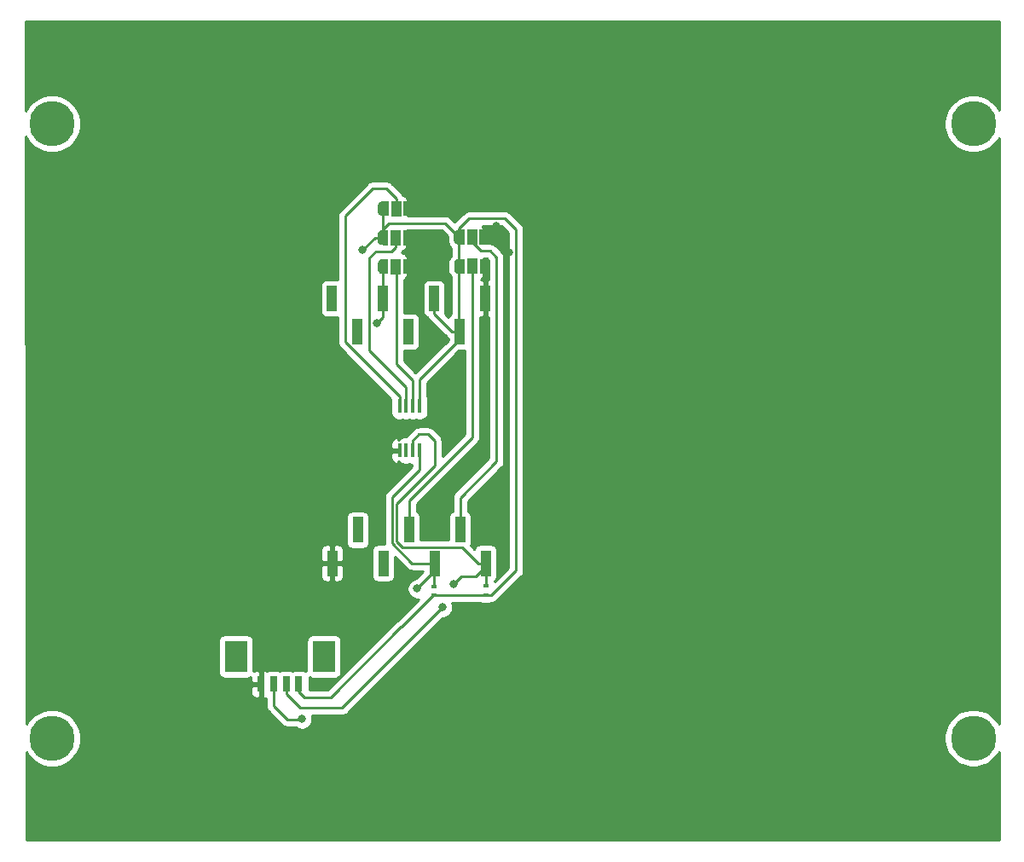
<source format=gbr>
G04 #@! TF.GenerationSoftware,KiCad,Pcbnew,(5.1.2)-2*
G04 #@! TF.CreationDate,2021-12-15T08:56:33-03:00*
G04 #@! TF.ProjectId,MAG_Plus,4d41475f-506c-4757-932e-6b696361645f,rev?*
G04 #@! TF.SameCoordinates,Original*
G04 #@! TF.FileFunction,Copper,L2,Bot*
G04 #@! TF.FilePolarity,Positive*
%FSLAX46Y46*%
G04 Gerber Fmt 4.6, Leading zero omitted, Abs format (unit mm)*
G04 Created by KiCad (PCBNEW (5.1.2)-2) date 2021-12-15 08:56:33*
%MOMM*%
%LPD*%
G04 APERTURE LIST*
%ADD10C,4.500000*%
%ADD11R,2.200000X3.100000*%
%ADD12R,0.800000X1.500000*%
%ADD13R,1.000000X2.510000*%
%ADD14R,1.000000X1.500000*%
%ADD15C,0.500000*%
%ADD16C,0.100000*%
%ADD17R,0.600000X0.400000*%
%ADD18R,0.450000X1.450000*%
%ADD19C,0.800000*%
%ADD20C,0.250000*%
%ADD21C,0.254000*%
G04 APERTURE END LIST*
D10*
X15260000Y-22800000D03*
X106760000Y-83800000D03*
X15260000Y-83810000D03*
X106760000Y-22800000D03*
D11*
X42275000Y-75695000D03*
X33525000Y-75695000D03*
D12*
X39775000Y-78445000D03*
X38525000Y-78445000D03*
X37275000Y-78445000D03*
X36025000Y-78445000D03*
D13*
X58330000Y-66435000D03*
X53250000Y-66435000D03*
X48170000Y-66435000D03*
X43090000Y-66435000D03*
X55790000Y-63125000D03*
X50710000Y-63125000D03*
X45630000Y-63125000D03*
X55750000Y-43455000D03*
X50670000Y-43455000D03*
X45590000Y-43455000D03*
X58290000Y-40145000D03*
X53210000Y-40145000D03*
X48130000Y-40145000D03*
X43050000Y-40145000D03*
D14*
X57000000Y-36960000D03*
D15*
X58300000Y-36960000D03*
D16*
G36*
X58300000Y-36210602D02*
G01*
X58324534Y-36210602D01*
X58373365Y-36215412D01*
X58421490Y-36224984D01*
X58468445Y-36239228D01*
X58513778Y-36258005D01*
X58557051Y-36281136D01*
X58597850Y-36308396D01*
X58635779Y-36339524D01*
X58670476Y-36374221D01*
X58701604Y-36412150D01*
X58728864Y-36452949D01*
X58751995Y-36496222D01*
X58770772Y-36541555D01*
X58785016Y-36588510D01*
X58794588Y-36636635D01*
X58799398Y-36685466D01*
X58799398Y-36710000D01*
X58800000Y-36710000D01*
X58800000Y-37210000D01*
X58799398Y-37210000D01*
X58799398Y-37234534D01*
X58794588Y-37283365D01*
X58785016Y-37331490D01*
X58770772Y-37378445D01*
X58751995Y-37423778D01*
X58728864Y-37467051D01*
X58701604Y-37507850D01*
X58670476Y-37545779D01*
X58635779Y-37580476D01*
X58597850Y-37611604D01*
X58557051Y-37638864D01*
X58513778Y-37661995D01*
X58468445Y-37680772D01*
X58421490Y-37695016D01*
X58373365Y-37704588D01*
X58324534Y-37709398D01*
X58300000Y-37709398D01*
X58300000Y-37710000D01*
X57750000Y-37710000D01*
X57750000Y-36210000D01*
X58300000Y-36210000D01*
X58300000Y-36210602D01*
X58300000Y-36210602D01*
G37*
D15*
X55700000Y-36960000D03*
D16*
G36*
X56250000Y-37710000D02*
G01*
X55700000Y-37710000D01*
X55700000Y-37709398D01*
X55675466Y-37709398D01*
X55626635Y-37704588D01*
X55578510Y-37695016D01*
X55531555Y-37680772D01*
X55486222Y-37661995D01*
X55442949Y-37638864D01*
X55402150Y-37611604D01*
X55364221Y-37580476D01*
X55329524Y-37545779D01*
X55298396Y-37507850D01*
X55271136Y-37467051D01*
X55248005Y-37423778D01*
X55229228Y-37378445D01*
X55214984Y-37331490D01*
X55205412Y-37283365D01*
X55200602Y-37234534D01*
X55200602Y-37210000D01*
X55200000Y-37210000D01*
X55200000Y-36710000D01*
X55200602Y-36710000D01*
X55200602Y-36685466D01*
X55205412Y-36636635D01*
X55214984Y-36588510D01*
X55229228Y-36541555D01*
X55248005Y-36496222D01*
X55271136Y-36452949D01*
X55298396Y-36412150D01*
X55329524Y-36374221D01*
X55364221Y-36339524D01*
X55402150Y-36308396D01*
X55442949Y-36281136D01*
X55486222Y-36258005D01*
X55531555Y-36239228D01*
X55578510Y-36224984D01*
X55626635Y-36215412D01*
X55675466Y-36210602D01*
X55700000Y-36210602D01*
X55700000Y-36210000D01*
X56250000Y-36210000D01*
X56250000Y-37710000D01*
X56250000Y-37710000D01*
G37*
D15*
X55680000Y-34060000D03*
D16*
G36*
X56230000Y-34810000D02*
G01*
X55680000Y-34810000D01*
X55680000Y-34809398D01*
X55655466Y-34809398D01*
X55606635Y-34804588D01*
X55558510Y-34795016D01*
X55511555Y-34780772D01*
X55466222Y-34761995D01*
X55422949Y-34738864D01*
X55382150Y-34711604D01*
X55344221Y-34680476D01*
X55309524Y-34645779D01*
X55278396Y-34607850D01*
X55251136Y-34567051D01*
X55228005Y-34523778D01*
X55209228Y-34478445D01*
X55194984Y-34431490D01*
X55185412Y-34383365D01*
X55180602Y-34334534D01*
X55180602Y-34310000D01*
X55180000Y-34310000D01*
X55180000Y-33810000D01*
X55180602Y-33810000D01*
X55180602Y-33785466D01*
X55185412Y-33736635D01*
X55194984Y-33688510D01*
X55209228Y-33641555D01*
X55228005Y-33596222D01*
X55251136Y-33552949D01*
X55278396Y-33512150D01*
X55309524Y-33474221D01*
X55344221Y-33439524D01*
X55382150Y-33408396D01*
X55422949Y-33381136D01*
X55466222Y-33358005D01*
X55511555Y-33339228D01*
X55558510Y-33324984D01*
X55606635Y-33315412D01*
X55655466Y-33310602D01*
X55680000Y-33310602D01*
X55680000Y-33310000D01*
X56230000Y-33310000D01*
X56230000Y-34810000D01*
X56230000Y-34810000D01*
G37*
D15*
X58280000Y-34060000D03*
D16*
G36*
X58280000Y-33310602D02*
G01*
X58304534Y-33310602D01*
X58353365Y-33315412D01*
X58401490Y-33324984D01*
X58448445Y-33339228D01*
X58493778Y-33358005D01*
X58537051Y-33381136D01*
X58577850Y-33408396D01*
X58615779Y-33439524D01*
X58650476Y-33474221D01*
X58681604Y-33512150D01*
X58708864Y-33552949D01*
X58731995Y-33596222D01*
X58750772Y-33641555D01*
X58765016Y-33688510D01*
X58774588Y-33736635D01*
X58779398Y-33785466D01*
X58779398Y-33810000D01*
X58780000Y-33810000D01*
X58780000Y-34310000D01*
X58779398Y-34310000D01*
X58779398Y-34334534D01*
X58774588Y-34383365D01*
X58765016Y-34431490D01*
X58750772Y-34478445D01*
X58731995Y-34523778D01*
X58708864Y-34567051D01*
X58681604Y-34607850D01*
X58650476Y-34645779D01*
X58615779Y-34680476D01*
X58577850Y-34711604D01*
X58537051Y-34738864D01*
X58493778Y-34761995D01*
X58448445Y-34780772D01*
X58401490Y-34795016D01*
X58353365Y-34804588D01*
X58304534Y-34809398D01*
X58280000Y-34809398D01*
X58280000Y-34810000D01*
X57730000Y-34810000D01*
X57730000Y-33310000D01*
X58280000Y-33310000D01*
X58280000Y-33310602D01*
X58280000Y-33310602D01*
G37*
D14*
X56980000Y-34060000D03*
D17*
X58360000Y-68710000D03*
X58360000Y-69610000D03*
X53240000Y-69620000D03*
X53240000Y-68720000D03*
D14*
X49420000Y-36970000D03*
D15*
X50720000Y-36970000D03*
D16*
G36*
X50720000Y-36220602D02*
G01*
X50744534Y-36220602D01*
X50793365Y-36225412D01*
X50841490Y-36234984D01*
X50888445Y-36249228D01*
X50933778Y-36268005D01*
X50977051Y-36291136D01*
X51017850Y-36318396D01*
X51055779Y-36349524D01*
X51090476Y-36384221D01*
X51121604Y-36422150D01*
X51148864Y-36462949D01*
X51171995Y-36506222D01*
X51190772Y-36551555D01*
X51205016Y-36598510D01*
X51214588Y-36646635D01*
X51219398Y-36695466D01*
X51219398Y-36720000D01*
X51220000Y-36720000D01*
X51220000Y-37220000D01*
X51219398Y-37220000D01*
X51219398Y-37244534D01*
X51214588Y-37293365D01*
X51205016Y-37341490D01*
X51190772Y-37388445D01*
X51171995Y-37433778D01*
X51148864Y-37477051D01*
X51121604Y-37517850D01*
X51090476Y-37555779D01*
X51055779Y-37590476D01*
X51017850Y-37621604D01*
X50977051Y-37648864D01*
X50933778Y-37671995D01*
X50888445Y-37690772D01*
X50841490Y-37705016D01*
X50793365Y-37714588D01*
X50744534Y-37719398D01*
X50720000Y-37719398D01*
X50720000Y-37720000D01*
X50170000Y-37720000D01*
X50170000Y-36220000D01*
X50720000Y-36220000D01*
X50720000Y-36220602D01*
X50720000Y-36220602D01*
G37*
D15*
X48120000Y-36970000D03*
D16*
G36*
X48670000Y-37720000D02*
G01*
X48120000Y-37720000D01*
X48120000Y-37719398D01*
X48095466Y-37719398D01*
X48046635Y-37714588D01*
X47998510Y-37705016D01*
X47951555Y-37690772D01*
X47906222Y-37671995D01*
X47862949Y-37648864D01*
X47822150Y-37621604D01*
X47784221Y-37590476D01*
X47749524Y-37555779D01*
X47718396Y-37517850D01*
X47691136Y-37477051D01*
X47668005Y-37433778D01*
X47649228Y-37388445D01*
X47634984Y-37341490D01*
X47625412Y-37293365D01*
X47620602Y-37244534D01*
X47620602Y-37220000D01*
X47620000Y-37220000D01*
X47620000Y-36720000D01*
X47620602Y-36720000D01*
X47620602Y-36695466D01*
X47625412Y-36646635D01*
X47634984Y-36598510D01*
X47649228Y-36551555D01*
X47668005Y-36506222D01*
X47691136Y-36462949D01*
X47718396Y-36422150D01*
X47749524Y-36384221D01*
X47784221Y-36349524D01*
X47822150Y-36318396D01*
X47862949Y-36291136D01*
X47906222Y-36268005D01*
X47951555Y-36249228D01*
X47998510Y-36234984D01*
X48046635Y-36225412D01*
X48095466Y-36220602D01*
X48120000Y-36220602D01*
X48120000Y-36220000D01*
X48670000Y-36220000D01*
X48670000Y-37720000D01*
X48670000Y-37720000D01*
G37*
D15*
X48140000Y-31220000D03*
D16*
G36*
X48690000Y-31970000D02*
G01*
X48140000Y-31970000D01*
X48140000Y-31969398D01*
X48115466Y-31969398D01*
X48066635Y-31964588D01*
X48018510Y-31955016D01*
X47971555Y-31940772D01*
X47926222Y-31921995D01*
X47882949Y-31898864D01*
X47842150Y-31871604D01*
X47804221Y-31840476D01*
X47769524Y-31805779D01*
X47738396Y-31767850D01*
X47711136Y-31727051D01*
X47688005Y-31683778D01*
X47669228Y-31638445D01*
X47654984Y-31591490D01*
X47645412Y-31543365D01*
X47640602Y-31494534D01*
X47640602Y-31470000D01*
X47640000Y-31470000D01*
X47640000Y-30970000D01*
X47640602Y-30970000D01*
X47640602Y-30945466D01*
X47645412Y-30896635D01*
X47654984Y-30848510D01*
X47669228Y-30801555D01*
X47688005Y-30756222D01*
X47711136Y-30712949D01*
X47738396Y-30672150D01*
X47769524Y-30634221D01*
X47804221Y-30599524D01*
X47842150Y-30568396D01*
X47882949Y-30541136D01*
X47926222Y-30518005D01*
X47971555Y-30499228D01*
X48018510Y-30484984D01*
X48066635Y-30475412D01*
X48115466Y-30470602D01*
X48140000Y-30470602D01*
X48140000Y-30470000D01*
X48690000Y-30470000D01*
X48690000Y-31970000D01*
X48690000Y-31970000D01*
G37*
D15*
X50740000Y-31220000D03*
D16*
G36*
X50740000Y-30470602D02*
G01*
X50764534Y-30470602D01*
X50813365Y-30475412D01*
X50861490Y-30484984D01*
X50908445Y-30499228D01*
X50953778Y-30518005D01*
X50997051Y-30541136D01*
X51037850Y-30568396D01*
X51075779Y-30599524D01*
X51110476Y-30634221D01*
X51141604Y-30672150D01*
X51168864Y-30712949D01*
X51191995Y-30756222D01*
X51210772Y-30801555D01*
X51225016Y-30848510D01*
X51234588Y-30896635D01*
X51239398Y-30945466D01*
X51239398Y-30970000D01*
X51240000Y-30970000D01*
X51240000Y-31470000D01*
X51239398Y-31470000D01*
X51239398Y-31494534D01*
X51234588Y-31543365D01*
X51225016Y-31591490D01*
X51210772Y-31638445D01*
X51191995Y-31683778D01*
X51168864Y-31727051D01*
X51141604Y-31767850D01*
X51110476Y-31805779D01*
X51075779Y-31840476D01*
X51037850Y-31871604D01*
X50997051Y-31898864D01*
X50953778Y-31921995D01*
X50908445Y-31940772D01*
X50861490Y-31955016D01*
X50813365Y-31964588D01*
X50764534Y-31969398D01*
X50740000Y-31969398D01*
X50740000Y-31970000D01*
X50190000Y-31970000D01*
X50190000Y-30470000D01*
X50740000Y-30470000D01*
X50740000Y-30470602D01*
X50740000Y-30470602D01*
G37*
D14*
X49440000Y-31220000D03*
X49400000Y-34100000D03*
D15*
X50700000Y-34100000D03*
D16*
G36*
X50700000Y-33350602D02*
G01*
X50724534Y-33350602D01*
X50773365Y-33355412D01*
X50821490Y-33364984D01*
X50868445Y-33379228D01*
X50913778Y-33398005D01*
X50957051Y-33421136D01*
X50997850Y-33448396D01*
X51035779Y-33479524D01*
X51070476Y-33514221D01*
X51101604Y-33552150D01*
X51128864Y-33592949D01*
X51151995Y-33636222D01*
X51170772Y-33681555D01*
X51185016Y-33728510D01*
X51194588Y-33776635D01*
X51199398Y-33825466D01*
X51199398Y-33850000D01*
X51200000Y-33850000D01*
X51200000Y-34350000D01*
X51199398Y-34350000D01*
X51199398Y-34374534D01*
X51194588Y-34423365D01*
X51185016Y-34471490D01*
X51170772Y-34518445D01*
X51151995Y-34563778D01*
X51128864Y-34607051D01*
X51101604Y-34647850D01*
X51070476Y-34685779D01*
X51035779Y-34720476D01*
X50997850Y-34751604D01*
X50957051Y-34778864D01*
X50913778Y-34801995D01*
X50868445Y-34820772D01*
X50821490Y-34835016D01*
X50773365Y-34844588D01*
X50724534Y-34849398D01*
X50700000Y-34849398D01*
X50700000Y-34850000D01*
X50150000Y-34850000D01*
X50150000Y-33350000D01*
X50700000Y-33350000D01*
X50700000Y-33350602D01*
X50700000Y-33350602D01*
G37*
D15*
X48100000Y-34100000D03*
D16*
G36*
X48650000Y-34850000D02*
G01*
X48100000Y-34850000D01*
X48100000Y-34849398D01*
X48075466Y-34849398D01*
X48026635Y-34844588D01*
X47978510Y-34835016D01*
X47931555Y-34820772D01*
X47886222Y-34801995D01*
X47842949Y-34778864D01*
X47802150Y-34751604D01*
X47764221Y-34720476D01*
X47729524Y-34685779D01*
X47698396Y-34647850D01*
X47671136Y-34607051D01*
X47648005Y-34563778D01*
X47629228Y-34518445D01*
X47614984Y-34471490D01*
X47605412Y-34423365D01*
X47600602Y-34374534D01*
X47600602Y-34350000D01*
X47600000Y-34350000D01*
X47600000Y-33850000D01*
X47600602Y-33850000D01*
X47600602Y-33825466D01*
X47605412Y-33776635D01*
X47614984Y-33728510D01*
X47629228Y-33681555D01*
X47648005Y-33636222D01*
X47671136Y-33592949D01*
X47698396Y-33552150D01*
X47729524Y-33514221D01*
X47764221Y-33479524D01*
X47802150Y-33448396D01*
X47842949Y-33421136D01*
X47886222Y-33398005D01*
X47931555Y-33379228D01*
X47978510Y-33364984D01*
X48026635Y-33355412D01*
X48075466Y-33350602D01*
X48100000Y-33350602D01*
X48100000Y-33350000D01*
X48650000Y-33350000D01*
X48650000Y-34850000D01*
X48650000Y-34850000D01*
G37*
D18*
X51735000Y-50850000D03*
X51085000Y-50850000D03*
X50435000Y-50850000D03*
X49785000Y-50850000D03*
X49785000Y-55250000D03*
X50435000Y-55250000D03*
X51085000Y-55250000D03*
X51735000Y-55250000D03*
D19*
X54049998Y-70820000D03*
X55149998Y-68520000D03*
X40100000Y-81920000D03*
X51550000Y-68970000D03*
X58340000Y-45070000D03*
X52750000Y-31230000D03*
X52690000Y-33980000D03*
X59410000Y-32950000D03*
X52690000Y-28640000D03*
X60624990Y-35600000D03*
X46130000Y-35300000D03*
X47550000Y-42570000D03*
D20*
X58360000Y-66465000D02*
X58330000Y-66435000D01*
X58360000Y-68710000D02*
X58360000Y-66465000D01*
X57580000Y-66435000D02*
X58330000Y-66435000D01*
X55999999Y-64854999D02*
X57580000Y-66435000D01*
X50099997Y-64854999D02*
X55999999Y-64854999D01*
X49480000Y-64235002D02*
X50099997Y-64854999D01*
X49480000Y-60520000D02*
X49480000Y-64235002D01*
X51085000Y-54275000D02*
X51720000Y-53640000D01*
X51085000Y-55250000D02*
X51085000Y-54275000D01*
X51720000Y-53640000D02*
X52630000Y-53640000D01*
X52630000Y-53640000D02*
X53260000Y-54270000D01*
X53260000Y-54270000D02*
X53260000Y-56740000D01*
X53260000Y-56740000D02*
X49480000Y-60520000D01*
X44074997Y-80795001D02*
X53649999Y-71219999D01*
X53649999Y-71219999D02*
X54049998Y-70820000D01*
X39875001Y-80795001D02*
X44074997Y-80795001D01*
X38525000Y-78445000D02*
X38525000Y-79445000D01*
X38525000Y-79445000D02*
X39875001Y-80795001D01*
X55949998Y-67720000D02*
X55149998Y-68520000D01*
X57350000Y-67720000D02*
X55949998Y-67720000D01*
X58330000Y-66435000D02*
X58330000Y-66740000D01*
X58330000Y-66740000D02*
X57350000Y-67720000D01*
X53240000Y-66445000D02*
X53250000Y-66435000D01*
X53240000Y-68720000D02*
X53240000Y-66445000D01*
X49029989Y-64421402D02*
X49029989Y-59880011D01*
X53250000Y-66435000D02*
X51043587Y-66435000D01*
X51735000Y-56225000D02*
X51735000Y-55250000D01*
X51043587Y-66435000D02*
X49029989Y-64421402D01*
X51735000Y-57175000D02*
X51735000Y-56225000D01*
X49029989Y-59880011D02*
X51735000Y-57175000D01*
X40100000Y-81920000D02*
X40050000Y-81970000D01*
X37275000Y-80595000D02*
X37275000Y-78445000D01*
X38650000Y-81970000D02*
X37275000Y-80595000D01*
X40050000Y-81970000D02*
X38650000Y-81970000D01*
X53250000Y-66435000D02*
X53250000Y-67190000D01*
X51550000Y-68890000D02*
X51550000Y-68970000D01*
X53250000Y-67190000D02*
X51550000Y-68890000D01*
X58340000Y-40195000D02*
X58290000Y-40145000D01*
X58340000Y-45070000D02*
X58340000Y-40195000D01*
X50740000Y-31220000D02*
X52740000Y-31220000D01*
X52740000Y-31220000D02*
X52750000Y-31230000D01*
X50820000Y-33980000D02*
X50700000Y-34100000D01*
X52690000Y-33980000D02*
X50820000Y-33980000D01*
X58280000Y-34060000D02*
X58300000Y-34060000D01*
X58300000Y-34060000D02*
X59410000Y-32950000D01*
X50740000Y-30590000D02*
X50740000Y-31220000D01*
X52690000Y-28640000D02*
X50740000Y-30590000D01*
X60224991Y-35200001D02*
X60624990Y-35600000D01*
X59084990Y-34060000D02*
X60224991Y-35200001D01*
X58280000Y-34060000D02*
X59084990Y-34060000D01*
X48120000Y-40135000D02*
X48130000Y-40145000D01*
X48120000Y-36970000D02*
X48120000Y-40135000D01*
X48140000Y-34060000D02*
X48100000Y-34100000D01*
X48140000Y-31220000D02*
X48140000Y-34060000D01*
X55680000Y-36940000D02*
X55700000Y-36960000D01*
X55680000Y-34060000D02*
X55680000Y-36940000D01*
X55700000Y-43405000D02*
X55750000Y-43455000D01*
X55700000Y-36960000D02*
X55700000Y-43405000D01*
X53210000Y-41650000D02*
X53210000Y-40145000D01*
X53210000Y-41665000D02*
X53210000Y-41650000D01*
X55000000Y-43455000D02*
X53210000Y-41665000D01*
X55750000Y-43455000D02*
X55000000Y-43455000D01*
X48100000Y-34100000D02*
X47330000Y-34100000D01*
X47330000Y-34100000D02*
X46130000Y-35300000D01*
X48130000Y-40145000D02*
X48130000Y-41990000D01*
X47949999Y-42170001D02*
X47550000Y-42570000D01*
X48130000Y-41990000D02*
X47949999Y-42170001D01*
X48100000Y-33252408D02*
X48702408Y-32650000D01*
X48100000Y-34100000D02*
X48100000Y-33252408D01*
X54270000Y-32650000D02*
X55680000Y-34060000D01*
X48702408Y-32650000D02*
X54270000Y-32650000D01*
X58350000Y-69620000D02*
X58360000Y-69610000D01*
X53240000Y-69620000D02*
X58350000Y-69620000D01*
X51735000Y-48225000D02*
X51735000Y-50850000D01*
X55750000Y-43455000D02*
X55750000Y-44210000D01*
X55750000Y-44210000D02*
X51735000Y-48225000D01*
X39775000Y-79195000D02*
X39775000Y-78445000D01*
X53240000Y-69620000D02*
X53140000Y-69620000D01*
X49985000Y-72775000D02*
X49945000Y-72775000D01*
X49945000Y-72775000D02*
X42950000Y-79770000D01*
X53140000Y-69620000D02*
X49985000Y-72775000D01*
X42950000Y-79770000D02*
X40350000Y-79770000D01*
X40350000Y-79770000D02*
X39775000Y-79195000D01*
X55680000Y-33212408D02*
X55680000Y-34060000D01*
X56702408Y-32190000D02*
X55680000Y-33212408D01*
X60250000Y-32190000D02*
X56702408Y-32190000D01*
X61350000Y-33290000D02*
X60250000Y-32190000D01*
X61350000Y-67170000D02*
X61350000Y-33290000D01*
X58360000Y-69610000D02*
X58910000Y-69610000D01*
X58910000Y-69610000D02*
X61350000Y-67170000D01*
X56980000Y-34519636D02*
X57890364Y-35430000D01*
X56980000Y-34060000D02*
X56980000Y-34519636D01*
X57890364Y-35430000D02*
X58780000Y-35430000D01*
X58780000Y-35430000D02*
X59420000Y-36070000D01*
X59420000Y-36070000D02*
X59420000Y-56330000D01*
X55790000Y-59960000D02*
X55790000Y-63125000D01*
X59420000Y-56330000D02*
X55790000Y-59960000D01*
X57000000Y-36960000D02*
X57000000Y-53940000D01*
X50710000Y-60230000D02*
X50710000Y-63125000D01*
X57000000Y-53940000D02*
X50710000Y-60230000D01*
X51085000Y-48285000D02*
X51085000Y-50850000D01*
X49460000Y-46660000D02*
X51085000Y-48285000D01*
X49460000Y-37080000D02*
X49460000Y-46660000D01*
X49420000Y-36970000D02*
X49570000Y-36970000D01*
X49570000Y-36970000D02*
X49460000Y-37080000D01*
X49440000Y-30220000D02*
X48430000Y-29210000D01*
X49440000Y-31220000D02*
X49440000Y-30220000D01*
X48430000Y-29210000D02*
X47130000Y-29210000D01*
X47130000Y-29210000D02*
X44390000Y-31950000D01*
X49785000Y-49875000D02*
X49785000Y-50850000D01*
X44390000Y-44480000D02*
X49785000Y-49875000D01*
X44390000Y-31950000D02*
X44390000Y-44480000D01*
X50435000Y-49875000D02*
X50435000Y-50850000D01*
X49400000Y-35100000D02*
X48990000Y-35510000D01*
X48990000Y-35510000D02*
X47410000Y-35510000D01*
X50435000Y-48915000D02*
X50435000Y-49875000D01*
X47410000Y-35510000D02*
X46810000Y-36110000D01*
X46810000Y-36110000D02*
X46810000Y-45290000D01*
X49400000Y-34100000D02*
X49400000Y-35100000D01*
X46810000Y-45290000D02*
X50435000Y-48915000D01*
D21*
G36*
X109300000Y-21408516D02*
G01*
X109000926Y-20960920D01*
X108599080Y-20559074D01*
X108126560Y-20243346D01*
X107601523Y-20025869D01*
X107044148Y-19915000D01*
X106475852Y-19915000D01*
X105918477Y-20025869D01*
X105393440Y-20243346D01*
X104920920Y-20559074D01*
X104519074Y-20960920D01*
X104203346Y-21433440D01*
X103985869Y-21958477D01*
X103875000Y-22515852D01*
X103875000Y-23084148D01*
X103985869Y-23641523D01*
X104203346Y-24166560D01*
X104519074Y-24639080D01*
X104920920Y-25040926D01*
X105393440Y-25356654D01*
X105918477Y-25574131D01*
X106475852Y-25685000D01*
X107044148Y-25685000D01*
X107601523Y-25574131D01*
X108126560Y-25356654D01*
X108599080Y-25040926D01*
X109000926Y-24639080D01*
X109300000Y-24191484D01*
X109300001Y-82408517D01*
X109000926Y-81960920D01*
X108599080Y-81559074D01*
X108126560Y-81243346D01*
X107601523Y-81025869D01*
X107044148Y-80915000D01*
X106475852Y-80915000D01*
X105918477Y-81025869D01*
X105393440Y-81243346D01*
X104920920Y-81559074D01*
X104519074Y-81960920D01*
X104203346Y-82433440D01*
X103985869Y-82958477D01*
X103875000Y-83515852D01*
X103875000Y-84084148D01*
X103985869Y-84641523D01*
X104203346Y-85166560D01*
X104519074Y-85639080D01*
X104920920Y-86040926D01*
X105393440Y-86356654D01*
X105918477Y-86574131D01*
X106475852Y-86685000D01*
X107044148Y-86685000D01*
X107601523Y-86574131D01*
X108126560Y-86356654D01*
X108599080Y-86040926D01*
X109000926Y-85639080D01*
X109300001Y-85191483D01*
X109300001Y-93940000D01*
X12719568Y-93940000D01*
X12713843Y-85192270D01*
X13019074Y-85649080D01*
X13420920Y-86050926D01*
X13893440Y-86366654D01*
X14418477Y-86584131D01*
X14975852Y-86695000D01*
X15544148Y-86695000D01*
X16101523Y-86584131D01*
X16626560Y-86366654D01*
X17099080Y-86050926D01*
X17500926Y-85649080D01*
X17816654Y-85176560D01*
X18034131Y-84651523D01*
X18145000Y-84094148D01*
X18145000Y-83525852D01*
X18034131Y-82968477D01*
X17816654Y-82443440D01*
X17500926Y-81970920D01*
X17099080Y-81569074D01*
X16626560Y-81253346D01*
X16101523Y-81035869D01*
X15544148Y-80925000D01*
X14975852Y-80925000D01*
X14418477Y-81035869D01*
X13893440Y-81253346D01*
X13420920Y-81569074D01*
X13019074Y-81970920D01*
X12712035Y-82430436D01*
X12710020Y-79351883D01*
X12710030Y-79351784D01*
X12709999Y-79319482D01*
X12709978Y-79287150D01*
X12709968Y-79287047D01*
X12709880Y-79195000D01*
X34986928Y-79195000D01*
X34999188Y-79319482D01*
X35035498Y-79439180D01*
X35094463Y-79549494D01*
X35173815Y-79646185D01*
X35270506Y-79725537D01*
X35380820Y-79784502D01*
X35500518Y-79820812D01*
X35625000Y-79833072D01*
X35739250Y-79830000D01*
X35898000Y-79671250D01*
X35898000Y-78572000D01*
X35148750Y-78572000D01*
X34990000Y-78730750D01*
X34986928Y-79195000D01*
X12709880Y-79195000D01*
X12705028Y-74145000D01*
X31786928Y-74145000D01*
X31786928Y-77245000D01*
X31799188Y-77369482D01*
X31835498Y-77489180D01*
X31894463Y-77599494D01*
X31973815Y-77696185D01*
X32070506Y-77775537D01*
X32180820Y-77834502D01*
X32300518Y-77870812D01*
X32425000Y-77883072D01*
X34625000Y-77883072D01*
X34749482Y-77870812D01*
X34869180Y-77834502D01*
X34979494Y-77775537D01*
X34987418Y-77769034D01*
X34990000Y-78159250D01*
X35148750Y-78318000D01*
X35898000Y-78318000D01*
X35898000Y-77218750D01*
X36152000Y-77218750D01*
X36152000Y-78318000D01*
X36172000Y-78318000D01*
X36172000Y-78572000D01*
X36152000Y-78572000D01*
X36152000Y-79671250D01*
X36310750Y-79830000D01*
X36425000Y-79833072D01*
X36515000Y-79824208D01*
X36515000Y-80557677D01*
X36511324Y-80595000D01*
X36515000Y-80632322D01*
X36515000Y-80632332D01*
X36525997Y-80743985D01*
X36568773Y-80885000D01*
X36569454Y-80887246D01*
X36640026Y-81019276D01*
X36653644Y-81035869D01*
X36734999Y-81135001D01*
X36764003Y-81158804D01*
X38086201Y-82481003D01*
X38109999Y-82510001D01*
X38225724Y-82604974D01*
X38357753Y-82675546D01*
X38501014Y-82719003D01*
X38612667Y-82730000D01*
X38612675Y-82730000D01*
X38650000Y-82733676D01*
X38687325Y-82730000D01*
X39449300Y-82730000D01*
X39609744Y-82837205D01*
X39798102Y-82915226D01*
X39998061Y-82955000D01*
X40201939Y-82955000D01*
X40401898Y-82915226D01*
X40590256Y-82837205D01*
X40759774Y-82723937D01*
X40903937Y-82579774D01*
X41017205Y-82410256D01*
X41095226Y-82221898D01*
X41135000Y-82021939D01*
X41135000Y-81818061D01*
X41095226Y-81618102D01*
X41069089Y-81555001D01*
X44037675Y-81555001D01*
X44074997Y-81558677D01*
X44112319Y-81555001D01*
X44112330Y-81555001D01*
X44223983Y-81544004D01*
X44367244Y-81500547D01*
X44499273Y-81429975D01*
X44614998Y-81335002D01*
X44638801Y-81305998D01*
X54089800Y-71855000D01*
X54151937Y-71855000D01*
X54351896Y-71815226D01*
X54540254Y-71737205D01*
X54709772Y-71623937D01*
X54853935Y-71479774D01*
X54967203Y-71310256D01*
X55045224Y-71121898D01*
X55084998Y-70921939D01*
X55084998Y-70718061D01*
X55045224Y-70518102D01*
X54988020Y-70380000D01*
X57779335Y-70380000D01*
X57815820Y-70399502D01*
X57935518Y-70435812D01*
X58060000Y-70448072D01*
X58660000Y-70448072D01*
X58784482Y-70435812D01*
X58904180Y-70399502D01*
X58962093Y-70368546D01*
X59058986Y-70359003D01*
X59202247Y-70315546D01*
X59334276Y-70244974D01*
X59450001Y-70150001D01*
X59473804Y-70120997D01*
X61861004Y-67733798D01*
X61890001Y-67710001D01*
X61968560Y-67614277D01*
X61984974Y-67594277D01*
X62055546Y-67462247D01*
X62066009Y-67427753D01*
X62099003Y-67318986D01*
X62110000Y-67207333D01*
X62110000Y-67207324D01*
X62113676Y-67170001D01*
X62110000Y-67132678D01*
X62110000Y-33327323D01*
X62113676Y-33290000D01*
X62110000Y-33252677D01*
X62110000Y-33252667D01*
X62099003Y-33141014D01*
X62055546Y-32997753D01*
X62035453Y-32960162D01*
X61984974Y-32865723D01*
X61913799Y-32778997D01*
X61890001Y-32749999D01*
X61861003Y-32726201D01*
X60813804Y-31679002D01*
X60790001Y-31649999D01*
X60674276Y-31555026D01*
X60542247Y-31484454D01*
X60398986Y-31440997D01*
X60287333Y-31430000D01*
X60287322Y-31430000D01*
X60250000Y-31426324D01*
X60212678Y-31430000D01*
X56739730Y-31430000D01*
X56702407Y-31426324D01*
X56665084Y-31430000D01*
X56665075Y-31430000D01*
X56553422Y-31440997D01*
X56410161Y-31484454D01*
X56278132Y-31555026D01*
X56162407Y-31649999D01*
X56138609Y-31678997D01*
X55256204Y-32561403D01*
X54833804Y-32139003D01*
X54810001Y-32109999D01*
X54694276Y-32015026D01*
X54562247Y-31944454D01*
X54418986Y-31900997D01*
X54307333Y-31890000D01*
X54307322Y-31890000D01*
X54270000Y-31886324D01*
X54232678Y-31890000D01*
X50578072Y-31890000D01*
X50578072Y-30470000D01*
X50565812Y-30345518D01*
X50529502Y-30225820D01*
X50470537Y-30115506D01*
X50391185Y-30018815D01*
X50294494Y-29939463D01*
X50184180Y-29880498D01*
X50107923Y-29857366D01*
X50074974Y-29795724D01*
X49980001Y-29679999D01*
X49951003Y-29656201D01*
X48993804Y-28699002D01*
X48970001Y-28669999D01*
X48854276Y-28575026D01*
X48722247Y-28504454D01*
X48578986Y-28460997D01*
X48467333Y-28450000D01*
X48467322Y-28450000D01*
X48430000Y-28446324D01*
X48392678Y-28450000D01*
X47167322Y-28450000D01*
X47129999Y-28446324D01*
X47092676Y-28450000D01*
X47092667Y-28450000D01*
X46981014Y-28460997D01*
X46837753Y-28504454D01*
X46705724Y-28575026D01*
X46589999Y-28669999D01*
X46566201Y-28698997D01*
X43879003Y-31386196D01*
X43849999Y-31409999D01*
X43800758Y-31470000D01*
X43755026Y-31525724D01*
X43701320Y-31626201D01*
X43684454Y-31657754D01*
X43640997Y-31801015D01*
X43630000Y-31912668D01*
X43630000Y-31912678D01*
X43626324Y-31950000D01*
X43630000Y-31987322D01*
X43630001Y-38259807D01*
X43550000Y-38251928D01*
X42550000Y-38251928D01*
X42425518Y-38264188D01*
X42305820Y-38300498D01*
X42195506Y-38359463D01*
X42098815Y-38438815D01*
X42019463Y-38535506D01*
X41960498Y-38645820D01*
X41924188Y-38765518D01*
X41911928Y-38890000D01*
X41911928Y-41400000D01*
X41924188Y-41524482D01*
X41960498Y-41644180D01*
X42019463Y-41754494D01*
X42098815Y-41851185D01*
X42195506Y-41930537D01*
X42305820Y-41989502D01*
X42425518Y-42025812D01*
X42550000Y-42038072D01*
X43550000Y-42038072D01*
X43630001Y-42030193D01*
X43630001Y-44442668D01*
X43626324Y-44480000D01*
X43640998Y-44628985D01*
X43684454Y-44772246D01*
X43755026Y-44904276D01*
X43795982Y-44954180D01*
X43850000Y-45020001D01*
X43878998Y-45043799D01*
X48925359Y-50090161D01*
X48921928Y-50125000D01*
X48921928Y-51575000D01*
X48934188Y-51699482D01*
X48970498Y-51819180D01*
X49029463Y-51929494D01*
X49108815Y-52026185D01*
X49205506Y-52105537D01*
X49315820Y-52164502D01*
X49435518Y-52200812D01*
X49560000Y-52213072D01*
X50010000Y-52213072D01*
X50110000Y-52203223D01*
X50210000Y-52213072D01*
X50660000Y-52213072D01*
X50760000Y-52203223D01*
X50860000Y-52213072D01*
X51310000Y-52213072D01*
X51410000Y-52203223D01*
X51510000Y-52213072D01*
X51960000Y-52213072D01*
X52084482Y-52200812D01*
X52204180Y-52164502D01*
X52314494Y-52105537D01*
X52411185Y-52026185D01*
X52490537Y-51929494D01*
X52549502Y-51819180D01*
X52585812Y-51699482D01*
X52598072Y-51575000D01*
X52598072Y-50125000D01*
X52585812Y-50000518D01*
X52549502Y-49880820D01*
X52495000Y-49778856D01*
X52495000Y-48539801D01*
X55686731Y-45348072D01*
X56240000Y-45348072D01*
X56240001Y-53625197D01*
X54020000Y-55845198D01*
X54020000Y-54307333D01*
X54023677Y-54270000D01*
X54009003Y-54121014D01*
X53965546Y-53977753D01*
X53894974Y-53845724D01*
X53800001Y-53729999D01*
X53771004Y-53706202D01*
X53193803Y-53129002D01*
X53170001Y-53099999D01*
X53054276Y-53005026D01*
X52922247Y-52934454D01*
X52778986Y-52890997D01*
X52667333Y-52880000D01*
X52667322Y-52880000D01*
X52630000Y-52876324D01*
X52592678Y-52880000D01*
X51757333Y-52880000D01*
X51720000Y-52876323D01*
X51682667Y-52880000D01*
X51571014Y-52890997D01*
X51427753Y-52934454D01*
X51295724Y-53005026D01*
X51179999Y-53099999D01*
X51156200Y-53128998D01*
X50573998Y-53711201D01*
X50545000Y-53734999D01*
X50521202Y-53763997D01*
X50521201Y-53763998D01*
X50450026Y-53850724D01*
X50430674Y-53886928D01*
X50210000Y-53886928D01*
X50106773Y-53897095D01*
X50041750Y-53890000D01*
X50009503Y-53922247D01*
X49965820Y-53935498D01*
X49855506Y-53994463D01*
X49758815Y-54073815D01*
X49687000Y-54161322D01*
X49687000Y-54048750D01*
X49528250Y-53890000D01*
X49426004Y-53901156D01*
X49306873Y-53939285D01*
X49197469Y-53999922D01*
X49101997Y-54080737D01*
X49024126Y-54178625D01*
X48966849Y-54289825D01*
X48932366Y-54410061D01*
X48922002Y-54534715D01*
X48925000Y-54964250D01*
X49083750Y-55123000D01*
X49571928Y-55123000D01*
X49571928Y-55377000D01*
X49083750Y-55377000D01*
X48925000Y-55535750D01*
X48922002Y-55965285D01*
X48932366Y-56089939D01*
X48966849Y-56210175D01*
X49024126Y-56321375D01*
X49101997Y-56419263D01*
X49197469Y-56500078D01*
X49306873Y-56560715D01*
X49426004Y-56598844D01*
X49528250Y-56610000D01*
X49687000Y-56451250D01*
X49687000Y-56338678D01*
X49758815Y-56426185D01*
X49855506Y-56505537D01*
X49965820Y-56564502D01*
X50009503Y-56577753D01*
X50041750Y-56610000D01*
X50106773Y-56602905D01*
X50210000Y-56613072D01*
X50660000Y-56613072D01*
X50760000Y-56603223D01*
X50860000Y-56613072D01*
X50975001Y-56613072D01*
X50975000Y-56860198D01*
X48518987Y-59316212D01*
X48489989Y-59340010D01*
X48466191Y-59369008D01*
X48466190Y-59369009D01*
X48395015Y-59455735D01*
X48324443Y-59587765D01*
X48300180Y-59667753D01*
X48284636Y-59718998D01*
X48280987Y-59731026D01*
X48266313Y-59880011D01*
X48269990Y-59917343D01*
X48269989Y-64384079D01*
X48266313Y-64421402D01*
X48269989Y-64458724D01*
X48269989Y-64458734D01*
X48278183Y-64541928D01*
X47670000Y-64541928D01*
X47545518Y-64554188D01*
X47425820Y-64590498D01*
X47315506Y-64649463D01*
X47218815Y-64728815D01*
X47139463Y-64825506D01*
X47080498Y-64935820D01*
X47044188Y-65055518D01*
X47031928Y-65180000D01*
X47031928Y-67690000D01*
X47044188Y-67814482D01*
X47080498Y-67934180D01*
X47139463Y-68044494D01*
X47218815Y-68141185D01*
X47315506Y-68220537D01*
X47425820Y-68279502D01*
X47545518Y-68315812D01*
X47670000Y-68328072D01*
X48670000Y-68328072D01*
X48794482Y-68315812D01*
X48914180Y-68279502D01*
X49024494Y-68220537D01*
X49121185Y-68141185D01*
X49200537Y-68044494D01*
X49259502Y-67934180D01*
X49295812Y-67814482D01*
X49308072Y-67690000D01*
X49308072Y-65774286D01*
X50479787Y-66946002D01*
X50503586Y-66975001D01*
X50584024Y-67041015D01*
X50619311Y-67069974D01*
X50751340Y-67140546D01*
X50894601Y-67184003D01*
X51043587Y-67198677D01*
X51080920Y-67195000D01*
X52111928Y-67195000D01*
X52111928Y-67253270D01*
X51425764Y-67939435D01*
X51248102Y-67974774D01*
X51059744Y-68052795D01*
X50890226Y-68166063D01*
X50746063Y-68310226D01*
X50632795Y-68479744D01*
X50554774Y-68668102D01*
X50515000Y-68868061D01*
X50515000Y-69071939D01*
X50554774Y-69271898D01*
X50632795Y-69460256D01*
X50746063Y-69629774D01*
X50890226Y-69773937D01*
X51059744Y-69887205D01*
X51248102Y-69965226D01*
X51448061Y-70005000D01*
X51651939Y-70005000D01*
X51687215Y-69997983D01*
X49573248Y-72111951D01*
X49520724Y-72140026D01*
X49404999Y-72234999D01*
X49381201Y-72263997D01*
X42635199Y-79010000D01*
X40813072Y-79010000D01*
X40813072Y-77769436D01*
X40820506Y-77775537D01*
X40930820Y-77834502D01*
X41050518Y-77870812D01*
X41175000Y-77883072D01*
X43375000Y-77883072D01*
X43499482Y-77870812D01*
X43619180Y-77834502D01*
X43729494Y-77775537D01*
X43826185Y-77696185D01*
X43905537Y-77599494D01*
X43964502Y-77489180D01*
X44000812Y-77369482D01*
X44013072Y-77245000D01*
X44013072Y-74145000D01*
X44000812Y-74020518D01*
X43964502Y-73900820D01*
X43905537Y-73790506D01*
X43826185Y-73693815D01*
X43729494Y-73614463D01*
X43619180Y-73555498D01*
X43499482Y-73519188D01*
X43375000Y-73506928D01*
X41175000Y-73506928D01*
X41050518Y-73519188D01*
X40930820Y-73555498D01*
X40820506Y-73614463D01*
X40723815Y-73693815D01*
X40644463Y-73790506D01*
X40585498Y-73900820D01*
X40549188Y-74020518D01*
X40536928Y-74145000D01*
X40536928Y-77170564D01*
X40529494Y-77164463D01*
X40419180Y-77105498D01*
X40299482Y-77069188D01*
X40175000Y-77056928D01*
X39375000Y-77056928D01*
X39250518Y-77069188D01*
X39150000Y-77099680D01*
X39049482Y-77069188D01*
X38925000Y-77056928D01*
X38125000Y-77056928D01*
X38000518Y-77069188D01*
X37900000Y-77099680D01*
X37799482Y-77069188D01*
X37675000Y-77056928D01*
X36875000Y-77056928D01*
X36750518Y-77069188D01*
X36650000Y-77099680D01*
X36549482Y-77069188D01*
X36425000Y-77056928D01*
X36310750Y-77060000D01*
X36152000Y-77218750D01*
X35898000Y-77218750D01*
X35739250Y-77060000D01*
X35625000Y-77056928D01*
X35500518Y-77069188D01*
X35380820Y-77105498D01*
X35270506Y-77164463D01*
X35263072Y-77170564D01*
X35263072Y-74145000D01*
X35250812Y-74020518D01*
X35214502Y-73900820D01*
X35155537Y-73790506D01*
X35076185Y-73693815D01*
X34979494Y-73614463D01*
X34869180Y-73555498D01*
X34749482Y-73519188D01*
X34625000Y-73506928D01*
X32425000Y-73506928D01*
X32300518Y-73519188D01*
X32180820Y-73555498D01*
X32070506Y-73614463D01*
X31973815Y-73693815D01*
X31894463Y-73790506D01*
X31835498Y-73900820D01*
X31799188Y-74020518D01*
X31786928Y-74145000D01*
X12705028Y-74145000D01*
X12698826Y-67690000D01*
X41951928Y-67690000D01*
X41964188Y-67814482D01*
X42000498Y-67934180D01*
X42059463Y-68044494D01*
X42138815Y-68141185D01*
X42235506Y-68220537D01*
X42345820Y-68279502D01*
X42465518Y-68315812D01*
X42590000Y-68328072D01*
X42804250Y-68325000D01*
X42963000Y-68166250D01*
X42963000Y-66562000D01*
X43217000Y-66562000D01*
X43217000Y-68166250D01*
X43375750Y-68325000D01*
X43590000Y-68328072D01*
X43714482Y-68315812D01*
X43834180Y-68279502D01*
X43944494Y-68220537D01*
X44041185Y-68141185D01*
X44120537Y-68044494D01*
X44179502Y-67934180D01*
X44215812Y-67814482D01*
X44228072Y-67690000D01*
X44225000Y-66720750D01*
X44066250Y-66562000D01*
X43217000Y-66562000D01*
X42963000Y-66562000D01*
X42113750Y-66562000D01*
X41955000Y-66720750D01*
X41951928Y-67690000D01*
X12698826Y-67690000D01*
X12696415Y-65180000D01*
X41951928Y-65180000D01*
X41955000Y-66149250D01*
X42113750Y-66308000D01*
X42963000Y-66308000D01*
X42963000Y-64703750D01*
X43217000Y-64703750D01*
X43217000Y-66308000D01*
X44066250Y-66308000D01*
X44225000Y-66149250D01*
X44228072Y-65180000D01*
X44215812Y-65055518D01*
X44179502Y-64935820D01*
X44120537Y-64825506D01*
X44041185Y-64728815D01*
X43944494Y-64649463D01*
X43834180Y-64590498D01*
X43714482Y-64554188D01*
X43590000Y-64541928D01*
X43375750Y-64545000D01*
X43217000Y-64703750D01*
X42963000Y-64703750D01*
X42804250Y-64545000D01*
X42590000Y-64541928D01*
X42465518Y-64554188D01*
X42345820Y-64590498D01*
X42235506Y-64649463D01*
X42138815Y-64728815D01*
X42059463Y-64825506D01*
X42000498Y-64935820D01*
X41964188Y-65055518D01*
X41951928Y-65180000D01*
X12696415Y-65180000D01*
X12693235Y-61870000D01*
X44491928Y-61870000D01*
X44491928Y-64380000D01*
X44504188Y-64504482D01*
X44540498Y-64624180D01*
X44599463Y-64734494D01*
X44678815Y-64831185D01*
X44775506Y-64910537D01*
X44885820Y-64969502D01*
X45005518Y-65005812D01*
X45130000Y-65018072D01*
X46130000Y-65018072D01*
X46254482Y-65005812D01*
X46374180Y-64969502D01*
X46484494Y-64910537D01*
X46581185Y-64831185D01*
X46660537Y-64734494D01*
X46719502Y-64624180D01*
X46755812Y-64504482D01*
X46768072Y-64380000D01*
X46768072Y-61870000D01*
X46755812Y-61745518D01*
X46719502Y-61625820D01*
X46660537Y-61515506D01*
X46581185Y-61418815D01*
X46484494Y-61339463D01*
X46374180Y-61280498D01*
X46254482Y-61244188D01*
X46130000Y-61231928D01*
X45130000Y-61231928D01*
X45005518Y-61244188D01*
X44885820Y-61280498D01*
X44775506Y-61339463D01*
X44678815Y-61418815D01*
X44599463Y-61515506D01*
X44540498Y-61625820D01*
X44504188Y-61745518D01*
X44491928Y-61870000D01*
X12693235Y-61870000D01*
X12660000Y-27280253D01*
X12660000Y-24061913D01*
X12703346Y-24166560D01*
X13019074Y-24639080D01*
X13420920Y-25040926D01*
X13893440Y-25356654D01*
X14418477Y-25574131D01*
X14975852Y-25685000D01*
X15544148Y-25685000D01*
X16101523Y-25574131D01*
X16626560Y-25356654D01*
X17099080Y-25040926D01*
X17500926Y-24639080D01*
X17816654Y-24166560D01*
X18034131Y-23641523D01*
X18145000Y-23084148D01*
X18145000Y-22515852D01*
X18034131Y-21958477D01*
X17816654Y-21433440D01*
X17500926Y-20960920D01*
X17099080Y-20559074D01*
X16626560Y-20243346D01*
X16101523Y-20025869D01*
X15544148Y-19915000D01*
X14975852Y-19915000D01*
X14418477Y-20025869D01*
X13893440Y-20243346D01*
X13420920Y-20559074D01*
X13019074Y-20960920D01*
X12703346Y-21433440D01*
X12660000Y-21538087D01*
X12660000Y-12660000D01*
X109300000Y-12660000D01*
X109300000Y-21408516D01*
X109300000Y-21408516D01*
G37*
X109300000Y-21408516D02*
X109000926Y-20960920D01*
X108599080Y-20559074D01*
X108126560Y-20243346D01*
X107601523Y-20025869D01*
X107044148Y-19915000D01*
X106475852Y-19915000D01*
X105918477Y-20025869D01*
X105393440Y-20243346D01*
X104920920Y-20559074D01*
X104519074Y-20960920D01*
X104203346Y-21433440D01*
X103985869Y-21958477D01*
X103875000Y-22515852D01*
X103875000Y-23084148D01*
X103985869Y-23641523D01*
X104203346Y-24166560D01*
X104519074Y-24639080D01*
X104920920Y-25040926D01*
X105393440Y-25356654D01*
X105918477Y-25574131D01*
X106475852Y-25685000D01*
X107044148Y-25685000D01*
X107601523Y-25574131D01*
X108126560Y-25356654D01*
X108599080Y-25040926D01*
X109000926Y-24639080D01*
X109300000Y-24191484D01*
X109300001Y-82408517D01*
X109000926Y-81960920D01*
X108599080Y-81559074D01*
X108126560Y-81243346D01*
X107601523Y-81025869D01*
X107044148Y-80915000D01*
X106475852Y-80915000D01*
X105918477Y-81025869D01*
X105393440Y-81243346D01*
X104920920Y-81559074D01*
X104519074Y-81960920D01*
X104203346Y-82433440D01*
X103985869Y-82958477D01*
X103875000Y-83515852D01*
X103875000Y-84084148D01*
X103985869Y-84641523D01*
X104203346Y-85166560D01*
X104519074Y-85639080D01*
X104920920Y-86040926D01*
X105393440Y-86356654D01*
X105918477Y-86574131D01*
X106475852Y-86685000D01*
X107044148Y-86685000D01*
X107601523Y-86574131D01*
X108126560Y-86356654D01*
X108599080Y-86040926D01*
X109000926Y-85639080D01*
X109300001Y-85191483D01*
X109300001Y-93940000D01*
X12719568Y-93940000D01*
X12713843Y-85192270D01*
X13019074Y-85649080D01*
X13420920Y-86050926D01*
X13893440Y-86366654D01*
X14418477Y-86584131D01*
X14975852Y-86695000D01*
X15544148Y-86695000D01*
X16101523Y-86584131D01*
X16626560Y-86366654D01*
X17099080Y-86050926D01*
X17500926Y-85649080D01*
X17816654Y-85176560D01*
X18034131Y-84651523D01*
X18145000Y-84094148D01*
X18145000Y-83525852D01*
X18034131Y-82968477D01*
X17816654Y-82443440D01*
X17500926Y-81970920D01*
X17099080Y-81569074D01*
X16626560Y-81253346D01*
X16101523Y-81035869D01*
X15544148Y-80925000D01*
X14975852Y-80925000D01*
X14418477Y-81035869D01*
X13893440Y-81253346D01*
X13420920Y-81569074D01*
X13019074Y-81970920D01*
X12712035Y-82430436D01*
X12710020Y-79351883D01*
X12710030Y-79351784D01*
X12709999Y-79319482D01*
X12709978Y-79287150D01*
X12709968Y-79287047D01*
X12709880Y-79195000D01*
X34986928Y-79195000D01*
X34999188Y-79319482D01*
X35035498Y-79439180D01*
X35094463Y-79549494D01*
X35173815Y-79646185D01*
X35270506Y-79725537D01*
X35380820Y-79784502D01*
X35500518Y-79820812D01*
X35625000Y-79833072D01*
X35739250Y-79830000D01*
X35898000Y-79671250D01*
X35898000Y-78572000D01*
X35148750Y-78572000D01*
X34990000Y-78730750D01*
X34986928Y-79195000D01*
X12709880Y-79195000D01*
X12705028Y-74145000D01*
X31786928Y-74145000D01*
X31786928Y-77245000D01*
X31799188Y-77369482D01*
X31835498Y-77489180D01*
X31894463Y-77599494D01*
X31973815Y-77696185D01*
X32070506Y-77775537D01*
X32180820Y-77834502D01*
X32300518Y-77870812D01*
X32425000Y-77883072D01*
X34625000Y-77883072D01*
X34749482Y-77870812D01*
X34869180Y-77834502D01*
X34979494Y-77775537D01*
X34987418Y-77769034D01*
X34990000Y-78159250D01*
X35148750Y-78318000D01*
X35898000Y-78318000D01*
X35898000Y-77218750D01*
X36152000Y-77218750D01*
X36152000Y-78318000D01*
X36172000Y-78318000D01*
X36172000Y-78572000D01*
X36152000Y-78572000D01*
X36152000Y-79671250D01*
X36310750Y-79830000D01*
X36425000Y-79833072D01*
X36515000Y-79824208D01*
X36515000Y-80557677D01*
X36511324Y-80595000D01*
X36515000Y-80632322D01*
X36515000Y-80632332D01*
X36525997Y-80743985D01*
X36568773Y-80885000D01*
X36569454Y-80887246D01*
X36640026Y-81019276D01*
X36653644Y-81035869D01*
X36734999Y-81135001D01*
X36764003Y-81158804D01*
X38086201Y-82481003D01*
X38109999Y-82510001D01*
X38225724Y-82604974D01*
X38357753Y-82675546D01*
X38501014Y-82719003D01*
X38612667Y-82730000D01*
X38612675Y-82730000D01*
X38650000Y-82733676D01*
X38687325Y-82730000D01*
X39449300Y-82730000D01*
X39609744Y-82837205D01*
X39798102Y-82915226D01*
X39998061Y-82955000D01*
X40201939Y-82955000D01*
X40401898Y-82915226D01*
X40590256Y-82837205D01*
X40759774Y-82723937D01*
X40903937Y-82579774D01*
X41017205Y-82410256D01*
X41095226Y-82221898D01*
X41135000Y-82021939D01*
X41135000Y-81818061D01*
X41095226Y-81618102D01*
X41069089Y-81555001D01*
X44037675Y-81555001D01*
X44074997Y-81558677D01*
X44112319Y-81555001D01*
X44112330Y-81555001D01*
X44223983Y-81544004D01*
X44367244Y-81500547D01*
X44499273Y-81429975D01*
X44614998Y-81335002D01*
X44638801Y-81305998D01*
X54089800Y-71855000D01*
X54151937Y-71855000D01*
X54351896Y-71815226D01*
X54540254Y-71737205D01*
X54709772Y-71623937D01*
X54853935Y-71479774D01*
X54967203Y-71310256D01*
X55045224Y-71121898D01*
X55084998Y-70921939D01*
X55084998Y-70718061D01*
X55045224Y-70518102D01*
X54988020Y-70380000D01*
X57779335Y-70380000D01*
X57815820Y-70399502D01*
X57935518Y-70435812D01*
X58060000Y-70448072D01*
X58660000Y-70448072D01*
X58784482Y-70435812D01*
X58904180Y-70399502D01*
X58962093Y-70368546D01*
X59058986Y-70359003D01*
X59202247Y-70315546D01*
X59334276Y-70244974D01*
X59450001Y-70150001D01*
X59473804Y-70120997D01*
X61861004Y-67733798D01*
X61890001Y-67710001D01*
X61968560Y-67614277D01*
X61984974Y-67594277D01*
X62055546Y-67462247D01*
X62066009Y-67427753D01*
X62099003Y-67318986D01*
X62110000Y-67207333D01*
X62110000Y-67207324D01*
X62113676Y-67170001D01*
X62110000Y-67132678D01*
X62110000Y-33327323D01*
X62113676Y-33290000D01*
X62110000Y-33252677D01*
X62110000Y-33252667D01*
X62099003Y-33141014D01*
X62055546Y-32997753D01*
X62035453Y-32960162D01*
X61984974Y-32865723D01*
X61913799Y-32778997D01*
X61890001Y-32749999D01*
X61861003Y-32726201D01*
X60813804Y-31679002D01*
X60790001Y-31649999D01*
X60674276Y-31555026D01*
X60542247Y-31484454D01*
X60398986Y-31440997D01*
X60287333Y-31430000D01*
X60287322Y-31430000D01*
X60250000Y-31426324D01*
X60212678Y-31430000D01*
X56739730Y-31430000D01*
X56702407Y-31426324D01*
X56665084Y-31430000D01*
X56665075Y-31430000D01*
X56553422Y-31440997D01*
X56410161Y-31484454D01*
X56278132Y-31555026D01*
X56162407Y-31649999D01*
X56138609Y-31678997D01*
X55256204Y-32561403D01*
X54833804Y-32139003D01*
X54810001Y-32109999D01*
X54694276Y-32015026D01*
X54562247Y-31944454D01*
X54418986Y-31900997D01*
X54307333Y-31890000D01*
X54307322Y-31890000D01*
X54270000Y-31886324D01*
X54232678Y-31890000D01*
X50578072Y-31890000D01*
X50578072Y-30470000D01*
X50565812Y-30345518D01*
X50529502Y-30225820D01*
X50470537Y-30115506D01*
X50391185Y-30018815D01*
X50294494Y-29939463D01*
X50184180Y-29880498D01*
X50107923Y-29857366D01*
X50074974Y-29795724D01*
X49980001Y-29679999D01*
X49951003Y-29656201D01*
X48993804Y-28699002D01*
X48970001Y-28669999D01*
X48854276Y-28575026D01*
X48722247Y-28504454D01*
X48578986Y-28460997D01*
X48467333Y-28450000D01*
X48467322Y-28450000D01*
X48430000Y-28446324D01*
X48392678Y-28450000D01*
X47167322Y-28450000D01*
X47129999Y-28446324D01*
X47092676Y-28450000D01*
X47092667Y-28450000D01*
X46981014Y-28460997D01*
X46837753Y-28504454D01*
X46705724Y-28575026D01*
X46589999Y-28669999D01*
X46566201Y-28698997D01*
X43879003Y-31386196D01*
X43849999Y-31409999D01*
X43800758Y-31470000D01*
X43755026Y-31525724D01*
X43701320Y-31626201D01*
X43684454Y-31657754D01*
X43640997Y-31801015D01*
X43630000Y-31912668D01*
X43630000Y-31912678D01*
X43626324Y-31950000D01*
X43630000Y-31987322D01*
X43630001Y-38259807D01*
X43550000Y-38251928D01*
X42550000Y-38251928D01*
X42425518Y-38264188D01*
X42305820Y-38300498D01*
X42195506Y-38359463D01*
X42098815Y-38438815D01*
X42019463Y-38535506D01*
X41960498Y-38645820D01*
X41924188Y-38765518D01*
X41911928Y-38890000D01*
X41911928Y-41400000D01*
X41924188Y-41524482D01*
X41960498Y-41644180D01*
X42019463Y-41754494D01*
X42098815Y-41851185D01*
X42195506Y-41930537D01*
X42305820Y-41989502D01*
X42425518Y-42025812D01*
X42550000Y-42038072D01*
X43550000Y-42038072D01*
X43630001Y-42030193D01*
X43630001Y-44442668D01*
X43626324Y-44480000D01*
X43640998Y-44628985D01*
X43684454Y-44772246D01*
X43755026Y-44904276D01*
X43795982Y-44954180D01*
X43850000Y-45020001D01*
X43878998Y-45043799D01*
X48925359Y-50090161D01*
X48921928Y-50125000D01*
X48921928Y-51575000D01*
X48934188Y-51699482D01*
X48970498Y-51819180D01*
X49029463Y-51929494D01*
X49108815Y-52026185D01*
X49205506Y-52105537D01*
X49315820Y-52164502D01*
X49435518Y-52200812D01*
X49560000Y-52213072D01*
X50010000Y-52213072D01*
X50110000Y-52203223D01*
X50210000Y-52213072D01*
X50660000Y-52213072D01*
X50760000Y-52203223D01*
X50860000Y-52213072D01*
X51310000Y-52213072D01*
X51410000Y-52203223D01*
X51510000Y-52213072D01*
X51960000Y-52213072D01*
X52084482Y-52200812D01*
X52204180Y-52164502D01*
X52314494Y-52105537D01*
X52411185Y-52026185D01*
X52490537Y-51929494D01*
X52549502Y-51819180D01*
X52585812Y-51699482D01*
X52598072Y-51575000D01*
X52598072Y-50125000D01*
X52585812Y-50000518D01*
X52549502Y-49880820D01*
X52495000Y-49778856D01*
X52495000Y-48539801D01*
X55686731Y-45348072D01*
X56240000Y-45348072D01*
X56240001Y-53625197D01*
X54020000Y-55845198D01*
X54020000Y-54307333D01*
X54023677Y-54270000D01*
X54009003Y-54121014D01*
X53965546Y-53977753D01*
X53894974Y-53845724D01*
X53800001Y-53729999D01*
X53771004Y-53706202D01*
X53193803Y-53129002D01*
X53170001Y-53099999D01*
X53054276Y-53005026D01*
X52922247Y-52934454D01*
X52778986Y-52890997D01*
X52667333Y-52880000D01*
X52667322Y-52880000D01*
X52630000Y-52876324D01*
X52592678Y-52880000D01*
X51757333Y-52880000D01*
X51720000Y-52876323D01*
X51682667Y-52880000D01*
X51571014Y-52890997D01*
X51427753Y-52934454D01*
X51295724Y-53005026D01*
X51179999Y-53099999D01*
X51156200Y-53128998D01*
X50573998Y-53711201D01*
X50545000Y-53734999D01*
X50521202Y-53763997D01*
X50521201Y-53763998D01*
X50450026Y-53850724D01*
X50430674Y-53886928D01*
X50210000Y-53886928D01*
X50106773Y-53897095D01*
X50041750Y-53890000D01*
X50009503Y-53922247D01*
X49965820Y-53935498D01*
X49855506Y-53994463D01*
X49758815Y-54073815D01*
X49687000Y-54161322D01*
X49687000Y-54048750D01*
X49528250Y-53890000D01*
X49426004Y-53901156D01*
X49306873Y-53939285D01*
X49197469Y-53999922D01*
X49101997Y-54080737D01*
X49024126Y-54178625D01*
X48966849Y-54289825D01*
X48932366Y-54410061D01*
X48922002Y-54534715D01*
X48925000Y-54964250D01*
X49083750Y-55123000D01*
X49571928Y-55123000D01*
X49571928Y-55377000D01*
X49083750Y-55377000D01*
X48925000Y-55535750D01*
X48922002Y-55965285D01*
X48932366Y-56089939D01*
X48966849Y-56210175D01*
X49024126Y-56321375D01*
X49101997Y-56419263D01*
X49197469Y-56500078D01*
X49306873Y-56560715D01*
X49426004Y-56598844D01*
X49528250Y-56610000D01*
X49687000Y-56451250D01*
X49687000Y-56338678D01*
X49758815Y-56426185D01*
X49855506Y-56505537D01*
X49965820Y-56564502D01*
X50009503Y-56577753D01*
X50041750Y-56610000D01*
X50106773Y-56602905D01*
X50210000Y-56613072D01*
X50660000Y-56613072D01*
X50760000Y-56603223D01*
X50860000Y-56613072D01*
X50975001Y-56613072D01*
X50975000Y-56860198D01*
X48518987Y-59316212D01*
X48489989Y-59340010D01*
X48466191Y-59369008D01*
X48466190Y-59369009D01*
X48395015Y-59455735D01*
X48324443Y-59587765D01*
X48300180Y-59667753D01*
X48284636Y-59718998D01*
X48280987Y-59731026D01*
X48266313Y-59880011D01*
X48269990Y-59917343D01*
X48269989Y-64384079D01*
X48266313Y-64421402D01*
X48269989Y-64458724D01*
X48269989Y-64458734D01*
X48278183Y-64541928D01*
X47670000Y-64541928D01*
X47545518Y-64554188D01*
X47425820Y-64590498D01*
X47315506Y-64649463D01*
X47218815Y-64728815D01*
X47139463Y-64825506D01*
X47080498Y-64935820D01*
X47044188Y-65055518D01*
X47031928Y-65180000D01*
X47031928Y-67690000D01*
X47044188Y-67814482D01*
X47080498Y-67934180D01*
X47139463Y-68044494D01*
X47218815Y-68141185D01*
X47315506Y-68220537D01*
X47425820Y-68279502D01*
X47545518Y-68315812D01*
X47670000Y-68328072D01*
X48670000Y-68328072D01*
X48794482Y-68315812D01*
X48914180Y-68279502D01*
X49024494Y-68220537D01*
X49121185Y-68141185D01*
X49200537Y-68044494D01*
X49259502Y-67934180D01*
X49295812Y-67814482D01*
X49308072Y-67690000D01*
X49308072Y-65774286D01*
X50479787Y-66946002D01*
X50503586Y-66975001D01*
X50584024Y-67041015D01*
X50619311Y-67069974D01*
X50751340Y-67140546D01*
X50894601Y-67184003D01*
X51043587Y-67198677D01*
X51080920Y-67195000D01*
X52111928Y-67195000D01*
X52111928Y-67253270D01*
X51425764Y-67939435D01*
X51248102Y-67974774D01*
X51059744Y-68052795D01*
X50890226Y-68166063D01*
X50746063Y-68310226D01*
X50632795Y-68479744D01*
X50554774Y-68668102D01*
X50515000Y-68868061D01*
X50515000Y-69071939D01*
X50554774Y-69271898D01*
X50632795Y-69460256D01*
X50746063Y-69629774D01*
X50890226Y-69773937D01*
X51059744Y-69887205D01*
X51248102Y-69965226D01*
X51448061Y-70005000D01*
X51651939Y-70005000D01*
X51687215Y-69997983D01*
X49573248Y-72111951D01*
X49520724Y-72140026D01*
X49404999Y-72234999D01*
X49381201Y-72263997D01*
X42635199Y-79010000D01*
X40813072Y-79010000D01*
X40813072Y-77769436D01*
X40820506Y-77775537D01*
X40930820Y-77834502D01*
X41050518Y-77870812D01*
X41175000Y-77883072D01*
X43375000Y-77883072D01*
X43499482Y-77870812D01*
X43619180Y-77834502D01*
X43729494Y-77775537D01*
X43826185Y-77696185D01*
X43905537Y-77599494D01*
X43964502Y-77489180D01*
X44000812Y-77369482D01*
X44013072Y-77245000D01*
X44013072Y-74145000D01*
X44000812Y-74020518D01*
X43964502Y-73900820D01*
X43905537Y-73790506D01*
X43826185Y-73693815D01*
X43729494Y-73614463D01*
X43619180Y-73555498D01*
X43499482Y-73519188D01*
X43375000Y-73506928D01*
X41175000Y-73506928D01*
X41050518Y-73519188D01*
X40930820Y-73555498D01*
X40820506Y-73614463D01*
X40723815Y-73693815D01*
X40644463Y-73790506D01*
X40585498Y-73900820D01*
X40549188Y-74020518D01*
X40536928Y-74145000D01*
X40536928Y-77170564D01*
X40529494Y-77164463D01*
X40419180Y-77105498D01*
X40299482Y-77069188D01*
X40175000Y-77056928D01*
X39375000Y-77056928D01*
X39250518Y-77069188D01*
X39150000Y-77099680D01*
X39049482Y-77069188D01*
X38925000Y-77056928D01*
X38125000Y-77056928D01*
X38000518Y-77069188D01*
X37900000Y-77099680D01*
X37799482Y-77069188D01*
X37675000Y-77056928D01*
X36875000Y-77056928D01*
X36750518Y-77069188D01*
X36650000Y-77099680D01*
X36549482Y-77069188D01*
X36425000Y-77056928D01*
X36310750Y-77060000D01*
X36152000Y-77218750D01*
X35898000Y-77218750D01*
X35739250Y-77060000D01*
X35625000Y-77056928D01*
X35500518Y-77069188D01*
X35380820Y-77105498D01*
X35270506Y-77164463D01*
X35263072Y-77170564D01*
X35263072Y-74145000D01*
X35250812Y-74020518D01*
X35214502Y-73900820D01*
X35155537Y-73790506D01*
X35076185Y-73693815D01*
X34979494Y-73614463D01*
X34869180Y-73555498D01*
X34749482Y-73519188D01*
X34625000Y-73506928D01*
X32425000Y-73506928D01*
X32300518Y-73519188D01*
X32180820Y-73555498D01*
X32070506Y-73614463D01*
X31973815Y-73693815D01*
X31894463Y-73790506D01*
X31835498Y-73900820D01*
X31799188Y-74020518D01*
X31786928Y-74145000D01*
X12705028Y-74145000D01*
X12698826Y-67690000D01*
X41951928Y-67690000D01*
X41964188Y-67814482D01*
X42000498Y-67934180D01*
X42059463Y-68044494D01*
X42138815Y-68141185D01*
X42235506Y-68220537D01*
X42345820Y-68279502D01*
X42465518Y-68315812D01*
X42590000Y-68328072D01*
X42804250Y-68325000D01*
X42963000Y-68166250D01*
X42963000Y-66562000D01*
X43217000Y-66562000D01*
X43217000Y-68166250D01*
X43375750Y-68325000D01*
X43590000Y-68328072D01*
X43714482Y-68315812D01*
X43834180Y-68279502D01*
X43944494Y-68220537D01*
X44041185Y-68141185D01*
X44120537Y-68044494D01*
X44179502Y-67934180D01*
X44215812Y-67814482D01*
X44228072Y-67690000D01*
X44225000Y-66720750D01*
X44066250Y-66562000D01*
X43217000Y-66562000D01*
X42963000Y-66562000D01*
X42113750Y-66562000D01*
X41955000Y-66720750D01*
X41951928Y-67690000D01*
X12698826Y-67690000D01*
X12696415Y-65180000D01*
X41951928Y-65180000D01*
X41955000Y-66149250D01*
X42113750Y-66308000D01*
X42963000Y-66308000D01*
X42963000Y-64703750D01*
X43217000Y-64703750D01*
X43217000Y-66308000D01*
X44066250Y-66308000D01*
X44225000Y-66149250D01*
X44228072Y-65180000D01*
X44215812Y-65055518D01*
X44179502Y-64935820D01*
X44120537Y-64825506D01*
X44041185Y-64728815D01*
X43944494Y-64649463D01*
X43834180Y-64590498D01*
X43714482Y-64554188D01*
X43590000Y-64541928D01*
X43375750Y-64545000D01*
X43217000Y-64703750D01*
X42963000Y-64703750D01*
X42804250Y-64545000D01*
X42590000Y-64541928D01*
X42465518Y-64554188D01*
X42345820Y-64590498D01*
X42235506Y-64649463D01*
X42138815Y-64728815D01*
X42059463Y-64825506D01*
X42000498Y-64935820D01*
X41964188Y-65055518D01*
X41951928Y-65180000D01*
X12696415Y-65180000D01*
X12693235Y-61870000D01*
X44491928Y-61870000D01*
X44491928Y-64380000D01*
X44504188Y-64504482D01*
X44540498Y-64624180D01*
X44599463Y-64734494D01*
X44678815Y-64831185D01*
X44775506Y-64910537D01*
X44885820Y-64969502D01*
X45005518Y-65005812D01*
X45130000Y-65018072D01*
X46130000Y-65018072D01*
X46254482Y-65005812D01*
X46374180Y-64969502D01*
X46484494Y-64910537D01*
X46581185Y-64831185D01*
X46660537Y-64734494D01*
X46719502Y-64624180D01*
X46755812Y-64504482D01*
X46768072Y-64380000D01*
X46768072Y-61870000D01*
X46755812Y-61745518D01*
X46719502Y-61625820D01*
X46660537Y-61515506D01*
X46581185Y-61418815D01*
X46484494Y-61339463D01*
X46374180Y-61280498D01*
X46254482Y-61244188D01*
X46130000Y-61231928D01*
X45130000Y-61231928D01*
X45005518Y-61244188D01*
X44885820Y-61280498D01*
X44775506Y-61339463D01*
X44678815Y-61418815D01*
X44599463Y-61515506D01*
X44540498Y-61625820D01*
X44504188Y-61745518D01*
X44491928Y-61870000D01*
X12693235Y-61870000D01*
X12660000Y-27280253D01*
X12660000Y-24061913D01*
X12703346Y-24166560D01*
X13019074Y-24639080D01*
X13420920Y-25040926D01*
X13893440Y-25356654D01*
X14418477Y-25574131D01*
X14975852Y-25685000D01*
X15544148Y-25685000D01*
X16101523Y-25574131D01*
X16626560Y-25356654D01*
X17099080Y-25040926D01*
X17500926Y-24639080D01*
X17816654Y-24166560D01*
X18034131Y-23641523D01*
X18145000Y-23084148D01*
X18145000Y-22515852D01*
X18034131Y-21958477D01*
X17816654Y-21433440D01*
X17500926Y-20960920D01*
X17099080Y-20559074D01*
X16626560Y-20243346D01*
X16101523Y-20025869D01*
X15544148Y-19915000D01*
X14975852Y-19915000D01*
X14418477Y-20025869D01*
X13893440Y-20243346D01*
X13420920Y-20559074D01*
X13019074Y-20960920D01*
X12703346Y-21433440D01*
X12660000Y-21538087D01*
X12660000Y-12660000D01*
X109300000Y-12660000D01*
X109300000Y-21408516D01*
G36*
X60590001Y-33604803D02*
G01*
X60590000Y-66855198D01*
X59225076Y-68220123D01*
X59212856Y-68197261D01*
X59281185Y-68141185D01*
X59360537Y-68044494D01*
X59419502Y-67934180D01*
X59455812Y-67814482D01*
X59468072Y-67690000D01*
X59468072Y-65180000D01*
X59455812Y-65055518D01*
X59419502Y-64935820D01*
X59360537Y-64825506D01*
X59281185Y-64728815D01*
X59184494Y-64649463D01*
X59074180Y-64590498D01*
X58954482Y-64554188D01*
X58830000Y-64541928D01*
X57830000Y-64541928D01*
X57705518Y-64554188D01*
X57585820Y-64590498D01*
X57475506Y-64649463D01*
X57378815Y-64728815D01*
X57299463Y-64825506D01*
X57240498Y-64935820D01*
X57220743Y-65000942D01*
X56867129Y-64647328D01*
X56879502Y-64624180D01*
X56915812Y-64504482D01*
X56928072Y-64380000D01*
X56928072Y-61870000D01*
X56915812Y-61745518D01*
X56879502Y-61625820D01*
X56820537Y-61515506D01*
X56741185Y-61418815D01*
X56644494Y-61339463D01*
X56550000Y-61288954D01*
X56550000Y-60274801D01*
X59931003Y-56893799D01*
X59960001Y-56870001D01*
X60054974Y-56754276D01*
X60125546Y-56622247D01*
X60169003Y-56478986D01*
X60180000Y-56367333D01*
X60180000Y-56367324D01*
X60183676Y-56330001D01*
X60180000Y-56292678D01*
X60180000Y-36107325D01*
X60183676Y-36070000D01*
X60180000Y-36032675D01*
X60180000Y-36032667D01*
X60169003Y-35921014D01*
X60125546Y-35777753D01*
X60054974Y-35645724D01*
X59960001Y-35529999D01*
X59931004Y-35506202D01*
X59343803Y-34919002D01*
X59320001Y-34889999D01*
X59204276Y-34795026D01*
X59072247Y-34724454D01*
X58928986Y-34680997D01*
X58817333Y-34670000D01*
X58817322Y-34670000D01*
X58780000Y-34666324D01*
X58742678Y-34670000D01*
X58205166Y-34670000D01*
X58118072Y-34582906D01*
X58118072Y-33310000D01*
X58105812Y-33185518D01*
X58069502Y-33065820D01*
X58010537Y-32955506D01*
X58006018Y-32950000D01*
X59935199Y-32950000D01*
X60590001Y-33604803D01*
X60590001Y-33604803D01*
G37*
X60590001Y-33604803D02*
X60590000Y-66855198D01*
X59225076Y-68220123D01*
X59212856Y-68197261D01*
X59281185Y-68141185D01*
X59360537Y-68044494D01*
X59419502Y-67934180D01*
X59455812Y-67814482D01*
X59468072Y-67690000D01*
X59468072Y-65180000D01*
X59455812Y-65055518D01*
X59419502Y-64935820D01*
X59360537Y-64825506D01*
X59281185Y-64728815D01*
X59184494Y-64649463D01*
X59074180Y-64590498D01*
X58954482Y-64554188D01*
X58830000Y-64541928D01*
X57830000Y-64541928D01*
X57705518Y-64554188D01*
X57585820Y-64590498D01*
X57475506Y-64649463D01*
X57378815Y-64728815D01*
X57299463Y-64825506D01*
X57240498Y-64935820D01*
X57220743Y-65000942D01*
X56867129Y-64647328D01*
X56879502Y-64624180D01*
X56915812Y-64504482D01*
X56928072Y-64380000D01*
X56928072Y-61870000D01*
X56915812Y-61745518D01*
X56879502Y-61625820D01*
X56820537Y-61515506D01*
X56741185Y-61418815D01*
X56644494Y-61339463D01*
X56550000Y-61288954D01*
X56550000Y-60274801D01*
X59931003Y-56893799D01*
X59960001Y-56870001D01*
X60054974Y-56754276D01*
X60125546Y-56622247D01*
X60169003Y-56478986D01*
X60180000Y-56367333D01*
X60180000Y-56367324D01*
X60183676Y-56330001D01*
X60180000Y-56292678D01*
X60180000Y-36107325D01*
X60183676Y-36070000D01*
X60180000Y-36032675D01*
X60180000Y-36032667D01*
X60169003Y-35921014D01*
X60125546Y-35777753D01*
X60054974Y-35645724D01*
X59960001Y-35529999D01*
X59931004Y-35506202D01*
X59343803Y-34919002D01*
X59320001Y-34889999D01*
X59204276Y-34795026D01*
X59072247Y-34724454D01*
X58928986Y-34680997D01*
X58817333Y-34670000D01*
X58817322Y-34670000D01*
X58780000Y-34666324D01*
X58742678Y-34670000D01*
X58205166Y-34670000D01*
X58118072Y-34582906D01*
X58118072Y-33310000D01*
X58105812Y-33185518D01*
X58069502Y-33065820D01*
X58010537Y-32955506D01*
X58006018Y-32950000D01*
X59935199Y-32950000D01*
X60590001Y-33604803D01*
G36*
X58660000Y-36384802D02*
G01*
X58660000Y-38253792D01*
X58575750Y-38255000D01*
X58417000Y-38413750D01*
X58417000Y-40018000D01*
X58437000Y-40018000D01*
X58437000Y-40272000D01*
X58417000Y-40272000D01*
X58417000Y-41876250D01*
X58575750Y-42035000D01*
X58660000Y-42036208D01*
X58660001Y-56015197D01*
X55279003Y-59396196D01*
X55249999Y-59419999D01*
X55199940Y-59480997D01*
X55155026Y-59535724D01*
X55123328Y-59595026D01*
X55084454Y-59667754D01*
X55040997Y-59811015D01*
X55030000Y-59922668D01*
X55030000Y-59922678D01*
X55026324Y-59960000D01*
X55030000Y-59997323D01*
X55030000Y-61288954D01*
X54935506Y-61339463D01*
X54838815Y-61418815D01*
X54759463Y-61515506D01*
X54700498Y-61625820D01*
X54664188Y-61745518D01*
X54651928Y-61870000D01*
X54651928Y-64094999D01*
X51848072Y-64094999D01*
X51848072Y-61870000D01*
X51835812Y-61745518D01*
X51799502Y-61625820D01*
X51740537Y-61515506D01*
X51661185Y-61418815D01*
X51564494Y-61339463D01*
X51470000Y-61288954D01*
X51470000Y-60544801D01*
X57511003Y-54503799D01*
X57540001Y-54480001D01*
X57634974Y-54364276D01*
X57705546Y-54232247D01*
X57749003Y-54088986D01*
X57760000Y-53977333D01*
X57760000Y-53977324D01*
X57763676Y-53940001D01*
X57760000Y-53902678D01*
X57760000Y-42035117D01*
X57790000Y-42038072D01*
X58004250Y-42035000D01*
X58163000Y-41876250D01*
X58163000Y-40272000D01*
X58143000Y-40272000D01*
X58143000Y-40018000D01*
X58163000Y-40018000D01*
X58163000Y-38413750D01*
X58004250Y-38255000D01*
X57832055Y-38252531D01*
X57854494Y-38240537D01*
X57951185Y-38161185D01*
X58030537Y-38064494D01*
X58089502Y-37954180D01*
X58125812Y-37834482D01*
X58138072Y-37710000D01*
X58138072Y-36210000D01*
X58136102Y-36190000D01*
X58465199Y-36190000D01*
X58660000Y-36384802D01*
X58660000Y-36384802D01*
G37*
X58660000Y-36384802D02*
X58660000Y-38253792D01*
X58575750Y-38255000D01*
X58417000Y-38413750D01*
X58417000Y-40018000D01*
X58437000Y-40018000D01*
X58437000Y-40272000D01*
X58417000Y-40272000D01*
X58417000Y-41876250D01*
X58575750Y-42035000D01*
X58660000Y-42036208D01*
X58660001Y-56015197D01*
X55279003Y-59396196D01*
X55249999Y-59419999D01*
X55199940Y-59480997D01*
X55155026Y-59535724D01*
X55123328Y-59595026D01*
X55084454Y-59667754D01*
X55040997Y-59811015D01*
X55030000Y-59922668D01*
X55030000Y-59922678D01*
X55026324Y-59960000D01*
X55030000Y-59997323D01*
X55030000Y-61288954D01*
X54935506Y-61339463D01*
X54838815Y-61418815D01*
X54759463Y-61515506D01*
X54700498Y-61625820D01*
X54664188Y-61745518D01*
X54651928Y-61870000D01*
X54651928Y-64094999D01*
X51848072Y-64094999D01*
X51848072Y-61870000D01*
X51835812Y-61745518D01*
X51799502Y-61625820D01*
X51740537Y-61515506D01*
X51661185Y-61418815D01*
X51564494Y-61339463D01*
X51470000Y-61288954D01*
X51470000Y-60544801D01*
X57511003Y-54503799D01*
X57540001Y-54480001D01*
X57634974Y-54364276D01*
X57705546Y-54232247D01*
X57749003Y-54088986D01*
X57760000Y-53977333D01*
X57760000Y-53977324D01*
X57763676Y-53940001D01*
X57760000Y-53902678D01*
X57760000Y-42035117D01*
X57790000Y-42038072D01*
X58004250Y-42035000D01*
X58163000Y-41876250D01*
X58163000Y-40272000D01*
X58143000Y-40272000D01*
X58143000Y-40018000D01*
X58163000Y-40018000D01*
X58163000Y-38413750D01*
X58004250Y-38255000D01*
X57832055Y-38252531D01*
X57854494Y-38240537D01*
X57951185Y-38161185D01*
X58030537Y-38064494D01*
X58089502Y-37954180D01*
X58125812Y-37834482D01*
X58138072Y-37710000D01*
X58138072Y-36210000D01*
X58136102Y-36190000D01*
X58465199Y-36190000D01*
X58660000Y-36384802D01*
G36*
X54541928Y-33996730D02*
G01*
X54541928Y-34310000D01*
X54544336Y-34334450D01*
X54544336Y-34359009D01*
X54556596Y-34483490D01*
X54575718Y-34579623D01*
X54612027Y-34699319D01*
X54649536Y-34789875D01*
X54708502Y-34900192D01*
X54762958Y-34981691D01*
X54842310Y-35078382D01*
X54911618Y-35147690D01*
X54920000Y-35154569D01*
X54920001Y-35883927D01*
X54862310Y-35941618D01*
X54782958Y-36038309D01*
X54728502Y-36119808D01*
X54669536Y-36230125D01*
X54632027Y-36320681D01*
X54595718Y-36440377D01*
X54576596Y-36536510D01*
X54564336Y-36660991D01*
X54564336Y-36685550D01*
X54561928Y-36710000D01*
X54561928Y-37210000D01*
X54564336Y-37234450D01*
X54564336Y-37259009D01*
X54576596Y-37383490D01*
X54595718Y-37479623D01*
X54632027Y-37599319D01*
X54669536Y-37689875D01*
X54728502Y-37800192D01*
X54782958Y-37881691D01*
X54862310Y-37978382D01*
X54931618Y-38047690D01*
X54940000Y-38054569D01*
X54940001Y-41645680D01*
X54895506Y-41669463D01*
X54798815Y-41748815D01*
X54719463Y-41845506D01*
X54660498Y-41955820D01*
X54640743Y-42020942D01*
X54287129Y-41667328D01*
X54299502Y-41644180D01*
X54335812Y-41524482D01*
X54348072Y-41400000D01*
X54348072Y-38890000D01*
X54335812Y-38765518D01*
X54299502Y-38645820D01*
X54240537Y-38535506D01*
X54161185Y-38438815D01*
X54064494Y-38359463D01*
X53954180Y-38300498D01*
X53834482Y-38264188D01*
X53710000Y-38251928D01*
X52710000Y-38251928D01*
X52585518Y-38264188D01*
X52465820Y-38300498D01*
X52355506Y-38359463D01*
X52258815Y-38438815D01*
X52179463Y-38535506D01*
X52120498Y-38645820D01*
X52084188Y-38765518D01*
X52071928Y-38890000D01*
X52071928Y-41400000D01*
X52084188Y-41524482D01*
X52120498Y-41644180D01*
X52179463Y-41754494D01*
X52258815Y-41851185D01*
X52355506Y-41930537D01*
X52465820Y-41989502D01*
X52532508Y-42009732D01*
X52575026Y-42089276D01*
X52614871Y-42137826D01*
X52669999Y-42205001D01*
X52699003Y-42228804D01*
X54436201Y-43966003D01*
X54459999Y-43995001D01*
X54575724Y-44089974D01*
X54611928Y-44109326D01*
X54611928Y-44273269D01*
X51380000Y-47505199D01*
X50220000Y-46345199D01*
X50220000Y-45348072D01*
X51170000Y-45348072D01*
X51294482Y-45335812D01*
X51414180Y-45299502D01*
X51524494Y-45240537D01*
X51621185Y-45161185D01*
X51700537Y-45064494D01*
X51759502Y-44954180D01*
X51795812Y-44834482D01*
X51808072Y-44710000D01*
X51808072Y-42200000D01*
X51795812Y-42075518D01*
X51759502Y-41955820D01*
X51700537Y-41845506D01*
X51621185Y-41748815D01*
X51524494Y-41669463D01*
X51414180Y-41610498D01*
X51294482Y-41574188D01*
X51170000Y-41561928D01*
X50220000Y-41561928D01*
X50220000Y-38279665D01*
X50274494Y-38250537D01*
X50371185Y-38171185D01*
X50450537Y-38074494D01*
X50509502Y-37964180D01*
X50545812Y-37844482D01*
X50558072Y-37720000D01*
X50558072Y-36220000D01*
X50545812Y-36095518D01*
X50509502Y-35975820D01*
X50450537Y-35865506D01*
X50371185Y-35768815D01*
X50274494Y-35689463D01*
X50164180Y-35630498D01*
X50044482Y-35594188D01*
X49982600Y-35588093D01*
X50034974Y-35524276D01*
X50067923Y-35462634D01*
X50144180Y-35439502D01*
X50254494Y-35380537D01*
X50351185Y-35301185D01*
X50430537Y-35204494D01*
X50489502Y-35094180D01*
X50525812Y-34974482D01*
X50538072Y-34850000D01*
X50538072Y-33410000D01*
X53955199Y-33410000D01*
X54541928Y-33996730D01*
X54541928Y-33996730D01*
G37*
X54541928Y-33996730D02*
X54541928Y-34310000D01*
X54544336Y-34334450D01*
X54544336Y-34359009D01*
X54556596Y-34483490D01*
X54575718Y-34579623D01*
X54612027Y-34699319D01*
X54649536Y-34789875D01*
X54708502Y-34900192D01*
X54762958Y-34981691D01*
X54842310Y-35078382D01*
X54911618Y-35147690D01*
X54920000Y-35154569D01*
X54920001Y-35883927D01*
X54862310Y-35941618D01*
X54782958Y-36038309D01*
X54728502Y-36119808D01*
X54669536Y-36230125D01*
X54632027Y-36320681D01*
X54595718Y-36440377D01*
X54576596Y-36536510D01*
X54564336Y-36660991D01*
X54564336Y-36685550D01*
X54561928Y-36710000D01*
X54561928Y-37210000D01*
X54564336Y-37234450D01*
X54564336Y-37259009D01*
X54576596Y-37383490D01*
X54595718Y-37479623D01*
X54632027Y-37599319D01*
X54669536Y-37689875D01*
X54728502Y-37800192D01*
X54782958Y-37881691D01*
X54862310Y-37978382D01*
X54931618Y-38047690D01*
X54940000Y-38054569D01*
X54940001Y-41645680D01*
X54895506Y-41669463D01*
X54798815Y-41748815D01*
X54719463Y-41845506D01*
X54660498Y-41955820D01*
X54640743Y-42020942D01*
X54287129Y-41667328D01*
X54299502Y-41644180D01*
X54335812Y-41524482D01*
X54348072Y-41400000D01*
X54348072Y-38890000D01*
X54335812Y-38765518D01*
X54299502Y-38645820D01*
X54240537Y-38535506D01*
X54161185Y-38438815D01*
X54064494Y-38359463D01*
X53954180Y-38300498D01*
X53834482Y-38264188D01*
X53710000Y-38251928D01*
X52710000Y-38251928D01*
X52585518Y-38264188D01*
X52465820Y-38300498D01*
X52355506Y-38359463D01*
X52258815Y-38438815D01*
X52179463Y-38535506D01*
X52120498Y-38645820D01*
X52084188Y-38765518D01*
X52071928Y-38890000D01*
X52071928Y-41400000D01*
X52084188Y-41524482D01*
X52120498Y-41644180D01*
X52179463Y-41754494D01*
X52258815Y-41851185D01*
X52355506Y-41930537D01*
X52465820Y-41989502D01*
X52532508Y-42009732D01*
X52575026Y-42089276D01*
X52614871Y-42137826D01*
X52669999Y-42205001D01*
X52699003Y-42228804D01*
X54436201Y-43966003D01*
X54459999Y-43995001D01*
X54575724Y-44089974D01*
X54611928Y-44109326D01*
X54611928Y-44273269D01*
X51380000Y-47505199D01*
X50220000Y-46345199D01*
X50220000Y-45348072D01*
X51170000Y-45348072D01*
X51294482Y-45335812D01*
X51414180Y-45299502D01*
X51524494Y-45240537D01*
X51621185Y-45161185D01*
X51700537Y-45064494D01*
X51759502Y-44954180D01*
X51795812Y-44834482D01*
X51808072Y-44710000D01*
X51808072Y-42200000D01*
X51795812Y-42075518D01*
X51759502Y-41955820D01*
X51700537Y-41845506D01*
X51621185Y-41748815D01*
X51524494Y-41669463D01*
X51414180Y-41610498D01*
X51294482Y-41574188D01*
X51170000Y-41561928D01*
X50220000Y-41561928D01*
X50220000Y-38279665D01*
X50274494Y-38250537D01*
X50371185Y-38171185D01*
X50450537Y-38074494D01*
X50509502Y-37964180D01*
X50545812Y-37844482D01*
X50558072Y-37720000D01*
X50558072Y-36220000D01*
X50545812Y-36095518D01*
X50509502Y-35975820D01*
X50450537Y-35865506D01*
X50371185Y-35768815D01*
X50274494Y-35689463D01*
X50164180Y-35630498D01*
X50044482Y-35594188D01*
X49982600Y-35588093D01*
X50034974Y-35524276D01*
X50067923Y-35462634D01*
X50144180Y-35439502D01*
X50254494Y-35380537D01*
X50351185Y-35301185D01*
X50430537Y-35204494D01*
X50489502Y-35094180D01*
X50525812Y-34974482D01*
X50538072Y-34850000D01*
X50538072Y-33410000D01*
X53955199Y-33410000D01*
X54541928Y-33996730D01*
M02*

</source>
